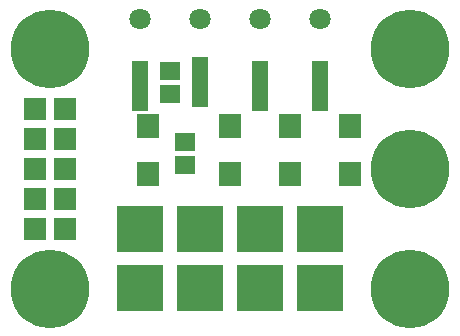
<source format=gbr>
G75*
G70*
%OFA0B0*%
%FSLAX24Y24*%
%IPPOS*%
%LPD*%
%AMOC8*
5,1,8,0,0,1.08239X$1,22.5*
%
%ADD10C,0.0710*%
%ADD11R,0.1580X0.1580*%
%ADD12R,0.0552X0.1655*%
%ADD13R,0.0671X0.0592*%
%ADD14C,0.2620*%
%ADD15R,0.0749X0.0789*%
%ADD16R,0.0730X0.0730*%
D10*
X005680Y011680D03*
X007680Y011680D03*
X009680Y011680D03*
X011680Y011680D03*
D11*
X011680Y004680D03*
X009680Y004680D03*
X007680Y004680D03*
X005680Y004680D03*
X005680Y002711D03*
X007680Y002711D03*
X009680Y002711D03*
X011680Y002711D03*
D12*
X011680Y009430D03*
X009680Y009430D03*
X007680Y009555D03*
X005680Y009430D03*
D13*
X006680Y009181D03*
X006680Y009929D03*
X007180Y007554D03*
X007180Y006806D03*
D14*
X002680Y002680D03*
X002680Y010680D03*
X014680Y010680D03*
X014680Y006680D03*
X014680Y002680D03*
D15*
X012680Y006498D03*
X010680Y006498D03*
X008680Y006498D03*
X008680Y008112D03*
X010680Y008112D03*
X012680Y008112D03*
X005930Y008112D03*
X005930Y006498D03*
D16*
X003180Y006680D03*
X002180Y006680D03*
X002180Y007680D03*
X003180Y007680D03*
X003180Y008680D03*
X002180Y008680D03*
X002180Y005680D03*
X003180Y005680D03*
X003180Y004680D03*
X002180Y004680D03*
M02*

</source>
